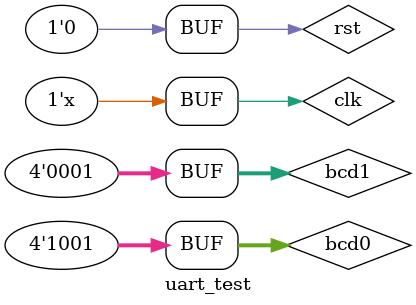
<source format=v>
`timescale 1ns / 1ps

module uart_test;

	// Inputs
	reg clk;
	reg rst;
	reg [3:0] bcd0;
	reg [3:0] bcd1;

	// Outputs
	wire tx_out;

	// Instantiate the Unit Under Test (UUT)
	uart_module uut (
		.clk(clk),
		.rst(rst),
		.bcd0(bcd0),
		.bcd1(bcd1),
		.tx_out(tx_out)
	);

	initial begin
		clk = 1;
		rst = 1;
		bcd0 = 0;
		bcd1 = 0;

		#100;
		rst=0;
		// Add stimulus here

		#1
		// junius 19. = 0619
		bcd1 = 0;
		bcd0 = 6;

		#2000  // long enough 
		bcd1 = 1;
		bcd0 = 9;
	end
	always #1 clk=~clk;

endmodule
</source>
